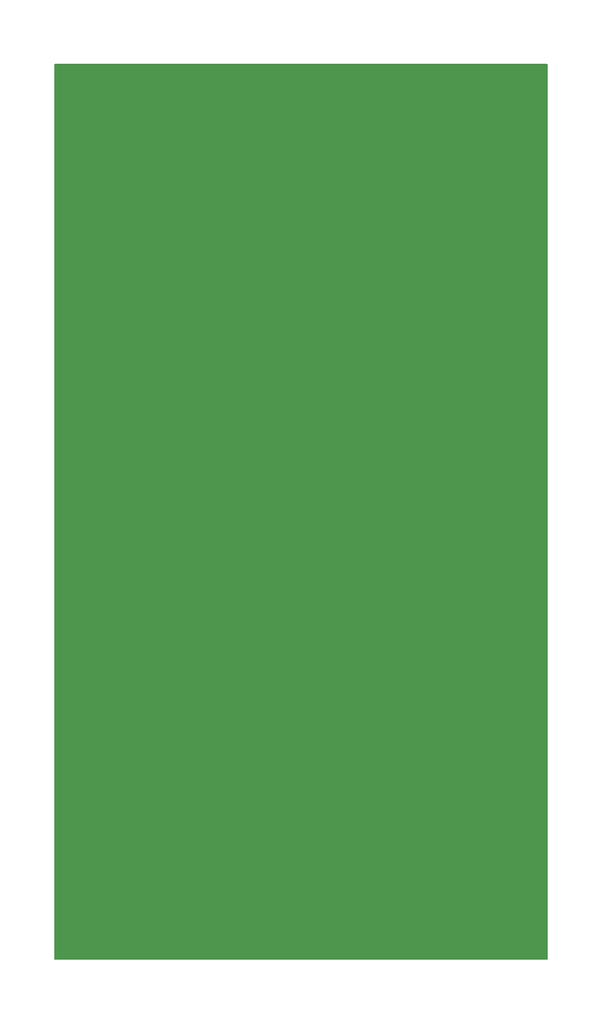
<source format=gbr>
%TF.GenerationSoftware,KiCad,Pcbnew,7.0.1*%
%TF.CreationDate,2024-08-17T12:32:22-04:00*%
%TF.ProjectId,common_faceplate,636f6d6d-6f6e-45f6-9661-6365706c6174,rev?*%
%TF.SameCoordinates,Original*%
%TF.FileFunction,Soldermask,Top*%
%TF.FilePolarity,Negative*%
%FSLAX46Y46*%
G04 Gerber Fmt 4.6, Leading zero omitted, Abs format (unit mm)*
G04 Created by KiCad (PCBNEW 7.0.1) date 2024-08-17 12:32:22*
%MOMM*%
%LPD*%
G01*
G04 APERTURE LIST*
%ADD10C,0.508000*%
%ADD11C,0.150000*%
%ADD12C,0.254000*%
%ADD13C,0.190500*%
%ADD14C,7.924800*%
%ADD15C,11.430000*%
%ADD16C,6.299200*%
%ADD17C,6.223000*%
%ADD18C,3.810000*%
%ADD19O,10.160000X5.740400*%
G04 APERTURE END LIST*
D10*
X98552000Y-145300764D02*
G75*
G03*
X100317236Y-147066000I1765200J-36D01*
G01*
D11*
X62230000Y-41910000D02*
G75*
G03*
X62230000Y-41910000I-1270000J0D01*
G01*
X64552102Y-45502102D02*
G75*
G03*
X64552102Y-38317898I-3592102J3592102D01*
G01*
X78549821Y-35623821D02*
G75*
G03*
X78549821Y-48196179I6286179J-6286179D01*
G01*
X86323898Y-38317898D02*
G75*
G03*
X86323898Y-45502102I3592102J-3592102D01*
G01*
X69786179Y-48196179D02*
G75*
G03*
X69786179Y-35623821I-6286179J6286179D01*
G01*
X87221923Y-39215923D02*
G75*
G03*
X87221923Y-44604077I2694077J-2694077D01*
G01*
X68516179Y-48196179D02*
G75*
G03*
X68516179Y-35623821I-6286179J6286179D01*
G01*
X85425873Y-37419873D02*
G75*
G03*
X85425873Y-46400127I4490127J-4490127D01*
G01*
D10*
X100330000Y-120637236D02*
X106426000Y-120637236D01*
D11*
X84527846Y-36521846D02*
G75*
G03*
X84527846Y-47298154I5388154J-5388154D01*
G01*
D10*
X106447790Y-147075026D02*
G75*
G03*
X108213026Y-145309789I10J1765226D01*
G01*
D11*
X91186000Y-41910000D02*
G75*
G03*
X91186000Y-41910000I-1270000J0D01*
G01*
X65450127Y-46400127D02*
G75*
G03*
X65450127Y-37419873I-4490127J4490127D01*
G01*
X71056179Y-48196179D02*
G75*
G03*
X71056179Y-35623821I-6286179J6286179D01*
G01*
D10*
X100330000Y-120637200D02*
G75*
G03*
X98552000Y-122415236I0J-1778000D01*
G01*
X108203964Y-122415236D02*
G75*
G03*
X106426000Y-120637236I-1777964J36D01*
G01*
D11*
X83629821Y-35623821D02*
G75*
G03*
X83629821Y-48196179I6286179J-6286179D01*
G01*
X67246179Y-48196179D02*
G75*
G03*
X67246179Y-35623821I-6286179J6286179D01*
G01*
X82359821Y-35623821D02*
G75*
G03*
X82359821Y-48196179I6286179J-6286179D01*
G01*
X72326179Y-48196179D02*
G75*
G03*
X72326179Y-35623821I-6286179J6286179D01*
G01*
D10*
X106447790Y-147075026D02*
X100351790Y-147075026D01*
D11*
X63654077Y-44604077D02*
G75*
G03*
X63654077Y-39215923I-2694077J2694077D01*
G01*
X88119949Y-40113949D02*
G75*
G03*
X88119949Y-43706051I1796051J-1796051D01*
G01*
X81089821Y-35623821D02*
G75*
G03*
X81089821Y-48196179I6286179J-6286179D01*
G01*
X66348154Y-47298154D02*
G75*
G03*
X66348154Y-36521846I-5388154J5388154D01*
G01*
X79819821Y-35623821D02*
G75*
G03*
X79819821Y-48196179I6286179J-6286179D01*
G01*
X62756051Y-43706051D02*
G75*
G03*
X62756051Y-40113949I-1796051J1796051D01*
G01*
D10*
X98539235Y-145300764D02*
X98539235Y-122428000D01*
X108213026Y-122428000D02*
X108213026Y-145309789D01*
D12*
X69886285Y-98526237D02*
X69886285Y-96240237D01*
X71192571Y-98526237D02*
X70212857Y-97219951D01*
X71192571Y-96240237D02*
X69886285Y-97546522D01*
X72172285Y-98526237D02*
X72172285Y-96240237D01*
X72172285Y-96240237D02*
X73478571Y-98526237D01*
X73478571Y-98526237D02*
X73478571Y-96240237D01*
X75002571Y-96240237D02*
X75437999Y-96240237D01*
X75437999Y-96240237D02*
X75655714Y-96349094D01*
X75655714Y-96349094D02*
X75873428Y-96566808D01*
X75873428Y-96566808D02*
X75982285Y-97002237D01*
X75982285Y-97002237D02*
X75982285Y-97764237D01*
X75982285Y-97764237D02*
X75873428Y-98199665D01*
X75873428Y-98199665D02*
X75655714Y-98417380D01*
X75655714Y-98417380D02*
X75437999Y-98526237D01*
X75437999Y-98526237D02*
X75002571Y-98526237D01*
X75002571Y-98526237D02*
X74784857Y-98417380D01*
X74784857Y-98417380D02*
X74567142Y-98199665D01*
X74567142Y-98199665D02*
X74458285Y-97764237D01*
X74458285Y-97764237D02*
X74458285Y-97002237D01*
X74458285Y-97002237D02*
X74567142Y-96566808D01*
X74567142Y-96566808D02*
X74784857Y-96349094D01*
X74784857Y-96349094D02*
X75002571Y-96240237D01*
X77723999Y-97328808D02*
X78050571Y-97437665D01*
X78050571Y-97437665D02*
X78159428Y-97546522D01*
X78159428Y-97546522D02*
X78268285Y-97764237D01*
X78268285Y-97764237D02*
X78268285Y-98090808D01*
X78268285Y-98090808D02*
X78159428Y-98308522D01*
X78159428Y-98308522D02*
X78050571Y-98417380D01*
X78050571Y-98417380D02*
X77832856Y-98526237D01*
X77832856Y-98526237D02*
X76961999Y-98526237D01*
X76961999Y-98526237D02*
X76961999Y-96240237D01*
X76961999Y-96240237D02*
X77723999Y-96240237D01*
X77723999Y-96240237D02*
X77941714Y-96349094D01*
X77941714Y-96349094D02*
X78050571Y-96457951D01*
X78050571Y-96457951D02*
X78159428Y-96675665D01*
X78159428Y-96675665D02*
X78159428Y-96893380D01*
X78159428Y-96893380D02*
X78050571Y-97111094D01*
X78050571Y-97111094D02*
X77941714Y-97219951D01*
X77941714Y-97219951D02*
X77723999Y-97328808D01*
X77723999Y-97328808D02*
X76961999Y-97328808D01*
X82187142Y-98526237D02*
X80880856Y-98526237D01*
X81533999Y-98526237D02*
X81533999Y-96240237D01*
X81533999Y-96240237D02*
X81316285Y-96566808D01*
X81316285Y-96566808D02*
X81098570Y-96784522D01*
X81098570Y-96784522D02*
X80880856Y-96893380D01*
X95286285Y-112496237D02*
X95286285Y-110210237D01*
X96592571Y-112496237D02*
X95612857Y-111189951D01*
X96592571Y-110210237D02*
X95286285Y-111516522D01*
X97572285Y-112496237D02*
X97572285Y-110210237D01*
X97572285Y-110210237D02*
X98878571Y-112496237D01*
X98878571Y-112496237D02*
X98878571Y-110210237D01*
X100402571Y-110210237D02*
X100837999Y-110210237D01*
X100837999Y-110210237D02*
X101055714Y-110319094D01*
X101055714Y-110319094D02*
X101273428Y-110536808D01*
X101273428Y-110536808D02*
X101382285Y-110972237D01*
X101382285Y-110972237D02*
X101382285Y-111734237D01*
X101382285Y-111734237D02*
X101273428Y-112169665D01*
X101273428Y-112169665D02*
X101055714Y-112387380D01*
X101055714Y-112387380D02*
X100837999Y-112496237D01*
X100837999Y-112496237D02*
X100402571Y-112496237D01*
X100402571Y-112496237D02*
X100184857Y-112387380D01*
X100184857Y-112387380D02*
X99967142Y-112169665D01*
X99967142Y-112169665D02*
X99858285Y-111734237D01*
X99858285Y-111734237D02*
X99858285Y-110972237D01*
X99858285Y-110972237D02*
X99967142Y-110536808D01*
X99967142Y-110536808D02*
X100184857Y-110319094D01*
X100184857Y-110319094D02*
X100402571Y-110210237D01*
X103123999Y-111298808D02*
X103450571Y-111407665D01*
X103450571Y-111407665D02*
X103559428Y-111516522D01*
X103559428Y-111516522D02*
X103668285Y-111734237D01*
X103668285Y-111734237D02*
X103668285Y-112060808D01*
X103668285Y-112060808D02*
X103559428Y-112278522D01*
X103559428Y-112278522D02*
X103450571Y-112387380D01*
X103450571Y-112387380D02*
X103232856Y-112496237D01*
X103232856Y-112496237D02*
X102361999Y-112496237D01*
X102361999Y-112496237D02*
X102361999Y-110210237D01*
X102361999Y-110210237D02*
X103123999Y-110210237D01*
X103123999Y-110210237D02*
X103341714Y-110319094D01*
X103341714Y-110319094D02*
X103450571Y-110427951D01*
X103450571Y-110427951D02*
X103559428Y-110645665D01*
X103559428Y-110645665D02*
X103559428Y-110863380D01*
X103559428Y-110863380D02*
X103450571Y-111081094D01*
X103450571Y-111081094D02*
X103341714Y-111189951D01*
X103341714Y-111189951D02*
X103123999Y-111298808D01*
X103123999Y-111298808D02*
X102361999Y-111298808D01*
X107587142Y-112496237D02*
X106280856Y-112496237D01*
X106933999Y-112496237D02*
X106933999Y-110210237D01*
X106933999Y-110210237D02*
X106716285Y-110536808D01*
X106716285Y-110536808D02*
X106498570Y-110754522D01*
X106498570Y-110754522D02*
X106280856Y-110863380D01*
D13*
X73260857Y-132020491D02*
X73260857Y-130496491D01*
X73986571Y-132020491D02*
X73986571Y-130496491D01*
X73986571Y-130496491D02*
X74857428Y-132020491D01*
X74857428Y-132020491D02*
X74857428Y-130496491D01*
X76599142Y-130496491D02*
X77542570Y-130496491D01*
X77542570Y-130496491D02*
X77034570Y-131077062D01*
X77034570Y-131077062D02*
X77252285Y-131077062D01*
X77252285Y-131077062D02*
X77397428Y-131149634D01*
X77397428Y-131149634D02*
X77469999Y-131222205D01*
X77469999Y-131222205D02*
X77542570Y-131367348D01*
X77542570Y-131367348D02*
X77542570Y-131730205D01*
X77542570Y-131730205D02*
X77469999Y-131875348D01*
X77469999Y-131875348D02*
X77397428Y-131947920D01*
X77397428Y-131947920D02*
X77252285Y-132020491D01*
X77252285Y-132020491D02*
X76816856Y-132020491D01*
X76816856Y-132020491D02*
X76671713Y-131947920D01*
X76671713Y-131947920D02*
X76599142Y-131875348D01*
D12*
X95286285Y-84556237D02*
X95286285Y-82270237D01*
X96592571Y-84556237D02*
X95612857Y-83249951D01*
X96592571Y-82270237D02*
X95286285Y-83576522D01*
X97572285Y-84556237D02*
X97572285Y-82270237D01*
X97572285Y-82270237D02*
X98878571Y-84556237D01*
X98878571Y-84556237D02*
X98878571Y-82270237D01*
X100402571Y-82270237D02*
X100837999Y-82270237D01*
X100837999Y-82270237D02*
X101055714Y-82379094D01*
X101055714Y-82379094D02*
X101273428Y-82596808D01*
X101273428Y-82596808D02*
X101382285Y-83032237D01*
X101382285Y-83032237D02*
X101382285Y-83794237D01*
X101382285Y-83794237D02*
X101273428Y-84229665D01*
X101273428Y-84229665D02*
X101055714Y-84447380D01*
X101055714Y-84447380D02*
X100837999Y-84556237D01*
X100837999Y-84556237D02*
X100402571Y-84556237D01*
X100402571Y-84556237D02*
X100184857Y-84447380D01*
X100184857Y-84447380D02*
X99967142Y-84229665D01*
X99967142Y-84229665D02*
X99858285Y-83794237D01*
X99858285Y-83794237D02*
X99858285Y-83032237D01*
X99858285Y-83032237D02*
X99967142Y-82596808D01*
X99967142Y-82596808D02*
X100184857Y-82379094D01*
X100184857Y-82379094D02*
X100402571Y-82270237D01*
X103123999Y-83358808D02*
X103450571Y-83467665D01*
X103450571Y-83467665D02*
X103559428Y-83576522D01*
X103559428Y-83576522D02*
X103668285Y-83794237D01*
X103668285Y-83794237D02*
X103668285Y-84120808D01*
X103668285Y-84120808D02*
X103559428Y-84338522D01*
X103559428Y-84338522D02*
X103450571Y-84447380D01*
X103450571Y-84447380D02*
X103232856Y-84556237D01*
X103232856Y-84556237D02*
X102361999Y-84556237D01*
X102361999Y-84556237D02*
X102361999Y-82270237D01*
X102361999Y-82270237D02*
X103123999Y-82270237D01*
X103123999Y-82270237D02*
X103341714Y-82379094D01*
X103341714Y-82379094D02*
X103450571Y-82487951D01*
X103450571Y-82487951D02*
X103559428Y-82705665D01*
X103559428Y-82705665D02*
X103559428Y-82923380D01*
X103559428Y-82923380D02*
X103450571Y-83141094D01*
X103450571Y-83141094D02*
X103341714Y-83249951D01*
X103341714Y-83249951D02*
X103123999Y-83358808D01*
X103123999Y-83358808D02*
X102361999Y-83358808D01*
X107587142Y-84556237D02*
X106280856Y-84556237D01*
X106933999Y-84556237D02*
X106933999Y-82270237D01*
X106933999Y-82270237D02*
X106716285Y-82596808D01*
X106716285Y-82596808D02*
X106498570Y-82814522D01*
X106498570Y-82814522D02*
X106280856Y-82923380D01*
X44486285Y-112496237D02*
X44486285Y-110210237D01*
X45792571Y-112496237D02*
X44812857Y-111189951D01*
X45792571Y-110210237D02*
X44486285Y-111516522D01*
X46772285Y-112496237D02*
X46772285Y-110210237D01*
X46772285Y-110210237D02*
X48078571Y-112496237D01*
X48078571Y-112496237D02*
X48078571Y-110210237D01*
X49602571Y-110210237D02*
X50037999Y-110210237D01*
X50037999Y-110210237D02*
X50255714Y-110319094D01*
X50255714Y-110319094D02*
X50473428Y-110536808D01*
X50473428Y-110536808D02*
X50582285Y-110972237D01*
X50582285Y-110972237D02*
X50582285Y-111734237D01*
X50582285Y-111734237D02*
X50473428Y-112169665D01*
X50473428Y-112169665D02*
X50255714Y-112387380D01*
X50255714Y-112387380D02*
X50037999Y-112496237D01*
X50037999Y-112496237D02*
X49602571Y-112496237D01*
X49602571Y-112496237D02*
X49384857Y-112387380D01*
X49384857Y-112387380D02*
X49167142Y-112169665D01*
X49167142Y-112169665D02*
X49058285Y-111734237D01*
X49058285Y-111734237D02*
X49058285Y-110972237D01*
X49058285Y-110972237D02*
X49167142Y-110536808D01*
X49167142Y-110536808D02*
X49384857Y-110319094D01*
X49384857Y-110319094D02*
X49602571Y-110210237D01*
X52323999Y-111298808D02*
X52650571Y-111407665D01*
X52650571Y-111407665D02*
X52759428Y-111516522D01*
X52759428Y-111516522D02*
X52868285Y-111734237D01*
X52868285Y-111734237D02*
X52868285Y-112060808D01*
X52868285Y-112060808D02*
X52759428Y-112278522D01*
X52759428Y-112278522D02*
X52650571Y-112387380D01*
X52650571Y-112387380D02*
X52432856Y-112496237D01*
X52432856Y-112496237D02*
X51561999Y-112496237D01*
X51561999Y-112496237D02*
X51561999Y-110210237D01*
X51561999Y-110210237D02*
X52323999Y-110210237D01*
X52323999Y-110210237D02*
X52541714Y-110319094D01*
X52541714Y-110319094D02*
X52650571Y-110427951D01*
X52650571Y-110427951D02*
X52759428Y-110645665D01*
X52759428Y-110645665D02*
X52759428Y-110863380D01*
X52759428Y-110863380D02*
X52650571Y-111081094D01*
X52650571Y-111081094D02*
X52541714Y-111189951D01*
X52541714Y-111189951D02*
X52323999Y-111298808D01*
X52323999Y-111298808D02*
X51561999Y-111298808D01*
X56787142Y-112496237D02*
X55480856Y-112496237D01*
X56133999Y-112496237D02*
X56133999Y-110210237D01*
X56133999Y-110210237D02*
X55916285Y-110536808D01*
X55916285Y-110536808D02*
X55698570Y-110754522D01*
X55698570Y-110754522D02*
X55480856Y-110863380D01*
D13*
X100729142Y-144339491D02*
X101019428Y-144339491D01*
X101019428Y-144339491D02*
X101164571Y-144412062D01*
X101164571Y-144412062D02*
X101309714Y-144557205D01*
X101309714Y-144557205D02*
X101382285Y-144847491D01*
X101382285Y-144847491D02*
X101382285Y-145355491D01*
X101382285Y-145355491D02*
X101309714Y-145645777D01*
X101309714Y-145645777D02*
X101164571Y-145790920D01*
X101164571Y-145790920D02*
X101019428Y-145863491D01*
X101019428Y-145863491D02*
X100729142Y-145863491D01*
X100729142Y-145863491D02*
X100584000Y-145790920D01*
X100584000Y-145790920D02*
X100438857Y-145645777D01*
X100438857Y-145645777D02*
X100366285Y-145355491D01*
X100366285Y-145355491D02*
X100366285Y-144847491D01*
X100366285Y-144847491D02*
X100438857Y-144557205D01*
X100438857Y-144557205D02*
X100584000Y-144412062D01*
X100584000Y-144412062D02*
X100729142Y-144339491D01*
X102035428Y-144339491D02*
X102035428Y-145573205D01*
X102035428Y-145573205D02*
X102107999Y-145718348D01*
X102107999Y-145718348D02*
X102180571Y-145790920D01*
X102180571Y-145790920D02*
X102325713Y-145863491D01*
X102325713Y-145863491D02*
X102615999Y-145863491D01*
X102615999Y-145863491D02*
X102761142Y-145790920D01*
X102761142Y-145790920D02*
X102833713Y-145718348D01*
X102833713Y-145718348D02*
X102906285Y-145573205D01*
X102906285Y-145573205D02*
X102906285Y-144339491D01*
X103414284Y-144339491D02*
X104285142Y-144339491D01*
X103849713Y-145863491D02*
X103849713Y-144339491D01*
X105881713Y-144484634D02*
X105954285Y-144412062D01*
X105954285Y-144412062D02*
X106099428Y-144339491D01*
X106099428Y-144339491D02*
X106462285Y-144339491D01*
X106462285Y-144339491D02*
X106607428Y-144412062D01*
X106607428Y-144412062D02*
X106679999Y-144484634D01*
X106679999Y-144484634D02*
X106752570Y-144629777D01*
X106752570Y-144629777D02*
X106752570Y-144774920D01*
X106752570Y-144774920D02*
X106679999Y-144992634D01*
X106679999Y-144992634D02*
X105809142Y-145863491D01*
X105809142Y-145863491D02*
X106752570Y-145863491D01*
D12*
X95286285Y-56616237D02*
X95286285Y-54330237D01*
X96592571Y-56616237D02*
X95612857Y-55309951D01*
X96592571Y-54330237D02*
X95286285Y-55636522D01*
X97572285Y-56616237D02*
X97572285Y-54330237D01*
X97572285Y-54330237D02*
X98878571Y-56616237D01*
X98878571Y-56616237D02*
X98878571Y-54330237D01*
X100402571Y-54330237D02*
X100837999Y-54330237D01*
X100837999Y-54330237D02*
X101055714Y-54439094D01*
X101055714Y-54439094D02*
X101273428Y-54656808D01*
X101273428Y-54656808D02*
X101382285Y-55092237D01*
X101382285Y-55092237D02*
X101382285Y-55854237D01*
X101382285Y-55854237D02*
X101273428Y-56289665D01*
X101273428Y-56289665D02*
X101055714Y-56507380D01*
X101055714Y-56507380D02*
X100837999Y-56616237D01*
X100837999Y-56616237D02*
X100402571Y-56616237D01*
X100402571Y-56616237D02*
X100184857Y-56507380D01*
X100184857Y-56507380D02*
X99967142Y-56289665D01*
X99967142Y-56289665D02*
X99858285Y-55854237D01*
X99858285Y-55854237D02*
X99858285Y-55092237D01*
X99858285Y-55092237D02*
X99967142Y-54656808D01*
X99967142Y-54656808D02*
X100184857Y-54439094D01*
X100184857Y-54439094D02*
X100402571Y-54330237D01*
X103123999Y-55418808D02*
X103450571Y-55527665D01*
X103450571Y-55527665D02*
X103559428Y-55636522D01*
X103559428Y-55636522D02*
X103668285Y-55854237D01*
X103668285Y-55854237D02*
X103668285Y-56180808D01*
X103668285Y-56180808D02*
X103559428Y-56398522D01*
X103559428Y-56398522D02*
X103450571Y-56507380D01*
X103450571Y-56507380D02*
X103232856Y-56616237D01*
X103232856Y-56616237D02*
X102361999Y-56616237D01*
X102361999Y-56616237D02*
X102361999Y-54330237D01*
X102361999Y-54330237D02*
X103123999Y-54330237D01*
X103123999Y-54330237D02*
X103341714Y-54439094D01*
X103341714Y-54439094D02*
X103450571Y-54547951D01*
X103450571Y-54547951D02*
X103559428Y-54765665D01*
X103559428Y-54765665D02*
X103559428Y-54983380D01*
X103559428Y-54983380D02*
X103450571Y-55201094D01*
X103450571Y-55201094D02*
X103341714Y-55309951D01*
X103341714Y-55309951D02*
X103123999Y-55418808D01*
X103123999Y-55418808D02*
X102361999Y-55418808D01*
X107587142Y-56616237D02*
X106280856Y-56616237D01*
X106933999Y-56616237D02*
X106933999Y-54330237D01*
X106933999Y-54330237D02*
X106716285Y-54656808D01*
X106716285Y-54656808D02*
X106498570Y-54874522D01*
X106498570Y-54874522D02*
X106280856Y-54983380D01*
D13*
X62520285Y-109722920D02*
X62738000Y-109795491D01*
X62738000Y-109795491D02*
X63100857Y-109795491D01*
X63100857Y-109795491D02*
X63246000Y-109722920D01*
X63246000Y-109722920D02*
X63318571Y-109650348D01*
X63318571Y-109650348D02*
X63391142Y-109505205D01*
X63391142Y-109505205D02*
X63391142Y-109360062D01*
X63391142Y-109360062D02*
X63318571Y-109214920D01*
X63318571Y-109214920D02*
X63246000Y-109142348D01*
X63246000Y-109142348D02*
X63100857Y-109069777D01*
X63100857Y-109069777D02*
X62810571Y-108997205D01*
X62810571Y-108997205D02*
X62665428Y-108924634D01*
X62665428Y-108924634D02*
X62592857Y-108852062D01*
X62592857Y-108852062D02*
X62520285Y-108706920D01*
X62520285Y-108706920D02*
X62520285Y-108561777D01*
X62520285Y-108561777D02*
X62592857Y-108416634D01*
X62592857Y-108416634D02*
X62665428Y-108344062D01*
X62665428Y-108344062D02*
X62810571Y-108271491D01*
X62810571Y-108271491D02*
X63173428Y-108271491D01*
X63173428Y-108271491D02*
X63391142Y-108344062D01*
X63899143Y-108271491D02*
X64262000Y-109795491D01*
X64262000Y-109795491D02*
X64552286Y-108706920D01*
X64552286Y-108706920D02*
X64842571Y-109795491D01*
X64842571Y-109795491D02*
X65205429Y-108271491D01*
X67745428Y-109795491D02*
X66874571Y-109795491D01*
X67310000Y-109795491D02*
X67310000Y-108271491D01*
X67310000Y-108271491D02*
X67164857Y-108489205D01*
X67164857Y-108489205D02*
X67019714Y-108634348D01*
X67019714Y-108634348D02*
X66874571Y-108706920D01*
X71990857Y-112807205D02*
X72208571Y-112879777D01*
X72208571Y-112879777D02*
X72281142Y-112952348D01*
X72281142Y-112952348D02*
X72353714Y-113097491D01*
X72353714Y-113097491D02*
X72353714Y-113315205D01*
X72353714Y-113315205D02*
X72281142Y-113460348D01*
X72281142Y-113460348D02*
X72208571Y-113532920D01*
X72208571Y-113532920D02*
X72063428Y-113605491D01*
X72063428Y-113605491D02*
X71482857Y-113605491D01*
X71482857Y-113605491D02*
X71482857Y-112081491D01*
X71482857Y-112081491D02*
X71990857Y-112081491D01*
X71990857Y-112081491D02*
X72136000Y-112154062D01*
X72136000Y-112154062D02*
X72208571Y-112226634D01*
X72208571Y-112226634D02*
X72281142Y-112371777D01*
X72281142Y-112371777D02*
X72281142Y-112516920D01*
X72281142Y-112516920D02*
X72208571Y-112662062D01*
X72208571Y-112662062D02*
X72136000Y-112734634D01*
X72136000Y-112734634D02*
X71990857Y-112807205D01*
X71990857Y-112807205D02*
X71482857Y-112807205D01*
X73006857Y-112081491D02*
X73006857Y-113315205D01*
X73006857Y-113315205D02*
X73079428Y-113460348D01*
X73079428Y-113460348D02*
X73152000Y-113532920D01*
X73152000Y-113532920D02*
X73297142Y-113605491D01*
X73297142Y-113605491D02*
X73587428Y-113605491D01*
X73587428Y-113605491D02*
X73732571Y-113532920D01*
X73732571Y-113532920D02*
X73805142Y-113460348D01*
X73805142Y-113460348D02*
X73877714Y-113315205D01*
X73877714Y-113315205D02*
X73877714Y-112081491D01*
X74385713Y-112081491D02*
X75256571Y-112081491D01*
X74821142Y-113605491D02*
X74821142Y-112081491D01*
X75546856Y-112081491D02*
X76417714Y-112081491D01*
X75982285Y-113605491D02*
X75982285Y-112081491D01*
X77215999Y-112081491D02*
X77506285Y-112081491D01*
X77506285Y-112081491D02*
X77651428Y-112154062D01*
X77651428Y-112154062D02*
X77796571Y-112299205D01*
X77796571Y-112299205D02*
X77869142Y-112589491D01*
X77869142Y-112589491D02*
X77869142Y-113097491D01*
X77869142Y-113097491D02*
X77796571Y-113387777D01*
X77796571Y-113387777D02*
X77651428Y-113532920D01*
X77651428Y-113532920D02*
X77506285Y-113605491D01*
X77506285Y-113605491D02*
X77215999Y-113605491D01*
X77215999Y-113605491D02*
X77070857Y-113532920D01*
X77070857Y-113532920D02*
X76925714Y-113387777D01*
X76925714Y-113387777D02*
X76853142Y-113097491D01*
X76853142Y-113097491D02*
X76853142Y-112589491D01*
X76853142Y-112589491D02*
X76925714Y-112299205D01*
X76925714Y-112299205D02*
X77070857Y-112154062D01*
X77070857Y-112154062D02*
X77215999Y-112081491D01*
X78522285Y-113605491D02*
X78522285Y-112081491D01*
X78522285Y-112081491D02*
X79393142Y-113605491D01*
X79393142Y-113605491D02*
X79393142Y-112081491D01*
X59290857Y-132020491D02*
X59290857Y-130496491D01*
X60016571Y-132020491D02*
X60016571Y-130496491D01*
X60016571Y-130496491D02*
X60887428Y-132020491D01*
X60887428Y-132020491D02*
X60887428Y-130496491D01*
X62701713Y-130641634D02*
X62774285Y-130569062D01*
X62774285Y-130569062D02*
X62919428Y-130496491D01*
X62919428Y-130496491D02*
X63282285Y-130496491D01*
X63282285Y-130496491D02*
X63427428Y-130569062D01*
X63427428Y-130569062D02*
X63499999Y-130641634D01*
X63499999Y-130641634D02*
X63572570Y-130786777D01*
X63572570Y-130786777D02*
X63572570Y-130931920D01*
X63572570Y-130931920D02*
X63499999Y-131149634D01*
X63499999Y-131149634D02*
X62629142Y-132020491D01*
X62629142Y-132020491D02*
X63572570Y-132020491D01*
D12*
X69886285Y-70586237D02*
X69886285Y-68300237D01*
X71192571Y-70586237D02*
X70212857Y-69279951D01*
X71192571Y-68300237D02*
X69886285Y-69606522D01*
X72172285Y-70586237D02*
X72172285Y-68300237D01*
X72172285Y-68300237D02*
X73478571Y-70586237D01*
X73478571Y-70586237D02*
X73478571Y-68300237D01*
X75002571Y-68300237D02*
X75437999Y-68300237D01*
X75437999Y-68300237D02*
X75655714Y-68409094D01*
X75655714Y-68409094D02*
X75873428Y-68626808D01*
X75873428Y-68626808D02*
X75982285Y-69062237D01*
X75982285Y-69062237D02*
X75982285Y-69824237D01*
X75982285Y-69824237D02*
X75873428Y-70259665D01*
X75873428Y-70259665D02*
X75655714Y-70477380D01*
X75655714Y-70477380D02*
X75437999Y-70586237D01*
X75437999Y-70586237D02*
X75002571Y-70586237D01*
X75002571Y-70586237D02*
X74784857Y-70477380D01*
X74784857Y-70477380D02*
X74567142Y-70259665D01*
X74567142Y-70259665D02*
X74458285Y-69824237D01*
X74458285Y-69824237D02*
X74458285Y-69062237D01*
X74458285Y-69062237D02*
X74567142Y-68626808D01*
X74567142Y-68626808D02*
X74784857Y-68409094D01*
X74784857Y-68409094D02*
X75002571Y-68300237D01*
X77723999Y-69388808D02*
X78050571Y-69497665D01*
X78050571Y-69497665D02*
X78159428Y-69606522D01*
X78159428Y-69606522D02*
X78268285Y-69824237D01*
X78268285Y-69824237D02*
X78268285Y-70150808D01*
X78268285Y-70150808D02*
X78159428Y-70368522D01*
X78159428Y-70368522D02*
X78050571Y-70477380D01*
X78050571Y-70477380D02*
X77832856Y-70586237D01*
X77832856Y-70586237D02*
X76961999Y-70586237D01*
X76961999Y-70586237D02*
X76961999Y-68300237D01*
X76961999Y-68300237D02*
X77723999Y-68300237D01*
X77723999Y-68300237D02*
X77941714Y-68409094D01*
X77941714Y-68409094D02*
X78050571Y-68517951D01*
X78050571Y-68517951D02*
X78159428Y-68735665D01*
X78159428Y-68735665D02*
X78159428Y-68953380D01*
X78159428Y-68953380D02*
X78050571Y-69171094D01*
X78050571Y-69171094D02*
X77941714Y-69279951D01*
X77941714Y-69279951D02*
X77723999Y-69388808D01*
X77723999Y-69388808D02*
X76961999Y-69388808D01*
X82187142Y-70586237D02*
X80880856Y-70586237D01*
X81533999Y-70586237D02*
X81533999Y-68300237D01*
X81533999Y-68300237D02*
X81316285Y-68626808D01*
X81316285Y-68626808D02*
X81098570Y-68844522D01*
X81098570Y-68844522D02*
X80880856Y-68953380D01*
D13*
X100729142Y-130496491D02*
X101019428Y-130496491D01*
X101019428Y-130496491D02*
X101164571Y-130569062D01*
X101164571Y-130569062D02*
X101309714Y-130714205D01*
X101309714Y-130714205D02*
X101382285Y-131004491D01*
X101382285Y-131004491D02*
X101382285Y-131512491D01*
X101382285Y-131512491D02*
X101309714Y-131802777D01*
X101309714Y-131802777D02*
X101164571Y-131947920D01*
X101164571Y-131947920D02*
X101019428Y-132020491D01*
X101019428Y-132020491D02*
X100729142Y-132020491D01*
X100729142Y-132020491D02*
X100584000Y-131947920D01*
X100584000Y-131947920D02*
X100438857Y-131802777D01*
X100438857Y-131802777D02*
X100366285Y-131512491D01*
X100366285Y-131512491D02*
X100366285Y-131004491D01*
X100366285Y-131004491D02*
X100438857Y-130714205D01*
X100438857Y-130714205D02*
X100584000Y-130569062D01*
X100584000Y-130569062D02*
X100729142Y-130496491D01*
X102035428Y-130496491D02*
X102035428Y-131730205D01*
X102035428Y-131730205D02*
X102107999Y-131875348D01*
X102107999Y-131875348D02*
X102180571Y-131947920D01*
X102180571Y-131947920D02*
X102325713Y-132020491D01*
X102325713Y-132020491D02*
X102615999Y-132020491D01*
X102615999Y-132020491D02*
X102761142Y-131947920D01*
X102761142Y-131947920D02*
X102833713Y-131875348D01*
X102833713Y-131875348D02*
X102906285Y-131730205D01*
X102906285Y-131730205D02*
X102906285Y-130496491D01*
X103414284Y-130496491D02*
X104285142Y-130496491D01*
X103849713Y-132020491D02*
X103849713Y-130496491D01*
X106752570Y-132020491D02*
X105881713Y-132020491D01*
X106317142Y-132020491D02*
X106317142Y-130496491D01*
X106317142Y-130496491D02*
X106171999Y-130714205D01*
X106171999Y-130714205D02*
X106026856Y-130859348D01*
X106026856Y-130859348D02*
X105881713Y-130931920D01*
X45320857Y-132020491D02*
X45320857Y-130496491D01*
X46046571Y-132020491D02*
X46046571Y-130496491D01*
X46046571Y-130496491D02*
X46917428Y-132020491D01*
X46917428Y-132020491D02*
X46917428Y-130496491D01*
X49602570Y-132020491D02*
X48731713Y-132020491D01*
X49167142Y-132020491D02*
X49167142Y-130496491D01*
X49167142Y-130496491D02*
X49021999Y-130714205D01*
X49021999Y-130714205D02*
X48876856Y-130859348D01*
X48876856Y-130859348D02*
X48731713Y-130931920D01*
X84727142Y-130569062D02*
X84582000Y-130496491D01*
X84582000Y-130496491D02*
X84364285Y-130496491D01*
X84364285Y-130496491D02*
X84146571Y-130569062D01*
X84146571Y-130569062D02*
X84001428Y-130714205D01*
X84001428Y-130714205D02*
X83928857Y-130859348D01*
X83928857Y-130859348D02*
X83856285Y-131149634D01*
X83856285Y-131149634D02*
X83856285Y-131367348D01*
X83856285Y-131367348D02*
X83928857Y-131657634D01*
X83928857Y-131657634D02*
X84001428Y-131802777D01*
X84001428Y-131802777D02*
X84146571Y-131947920D01*
X84146571Y-131947920D02*
X84364285Y-132020491D01*
X84364285Y-132020491D02*
X84509428Y-132020491D01*
X84509428Y-132020491D02*
X84727142Y-131947920D01*
X84727142Y-131947920D02*
X84799714Y-131875348D01*
X84799714Y-131875348D02*
X84799714Y-131367348D01*
X84799714Y-131367348D02*
X84509428Y-131367348D01*
X85380285Y-131585062D02*
X86106000Y-131585062D01*
X85235142Y-132020491D02*
X85743142Y-130496491D01*
X85743142Y-130496491D02*
X86251142Y-132020491D01*
X86541428Y-130496491D02*
X87412286Y-130496491D01*
X86976857Y-132020491D02*
X86976857Y-130496491D01*
X87920286Y-131222205D02*
X88428286Y-131222205D01*
X88646000Y-132020491D02*
X87920286Y-132020491D01*
X87920286Y-132020491D02*
X87920286Y-130496491D01*
X87920286Y-130496491D02*
X88646000Y-130496491D01*
X90387714Y-130423920D02*
X89081428Y-132383348D01*
X90895714Y-132020491D02*
X90895714Y-130496491D01*
X91621428Y-132020491D02*
X91621428Y-130496491D01*
X91621428Y-130496491D02*
X92492285Y-132020491D01*
X92492285Y-132020491D02*
X92492285Y-130496491D01*
X95032285Y-131004491D02*
X95032285Y-132020491D01*
X94669427Y-130423920D02*
X94306570Y-131512491D01*
X94306570Y-131512491D02*
X95249999Y-131512491D01*
D12*
X44486285Y-56616237D02*
X44486285Y-54330237D01*
X45792571Y-56616237D02*
X44812857Y-55309951D01*
X45792571Y-54330237D02*
X44486285Y-55636522D01*
X46772285Y-56616237D02*
X46772285Y-54330237D01*
X46772285Y-54330237D02*
X48078571Y-56616237D01*
X48078571Y-56616237D02*
X48078571Y-54330237D01*
X49602571Y-54330237D02*
X50037999Y-54330237D01*
X50037999Y-54330237D02*
X50255714Y-54439094D01*
X50255714Y-54439094D02*
X50473428Y-54656808D01*
X50473428Y-54656808D02*
X50582285Y-55092237D01*
X50582285Y-55092237D02*
X50582285Y-55854237D01*
X50582285Y-55854237D02*
X50473428Y-56289665D01*
X50473428Y-56289665D02*
X50255714Y-56507380D01*
X50255714Y-56507380D02*
X50037999Y-56616237D01*
X50037999Y-56616237D02*
X49602571Y-56616237D01*
X49602571Y-56616237D02*
X49384857Y-56507380D01*
X49384857Y-56507380D02*
X49167142Y-56289665D01*
X49167142Y-56289665D02*
X49058285Y-55854237D01*
X49058285Y-55854237D02*
X49058285Y-55092237D01*
X49058285Y-55092237D02*
X49167142Y-54656808D01*
X49167142Y-54656808D02*
X49384857Y-54439094D01*
X49384857Y-54439094D02*
X49602571Y-54330237D01*
X52323999Y-55418808D02*
X52650571Y-55527665D01*
X52650571Y-55527665D02*
X52759428Y-55636522D01*
X52759428Y-55636522D02*
X52868285Y-55854237D01*
X52868285Y-55854237D02*
X52868285Y-56180808D01*
X52868285Y-56180808D02*
X52759428Y-56398522D01*
X52759428Y-56398522D02*
X52650571Y-56507380D01*
X52650571Y-56507380D02*
X52432856Y-56616237D01*
X52432856Y-56616237D02*
X51561999Y-56616237D01*
X51561999Y-56616237D02*
X51561999Y-54330237D01*
X51561999Y-54330237D02*
X52323999Y-54330237D01*
X52323999Y-54330237D02*
X52541714Y-54439094D01*
X52541714Y-54439094D02*
X52650571Y-54547951D01*
X52650571Y-54547951D02*
X52759428Y-54765665D01*
X52759428Y-54765665D02*
X52759428Y-54983380D01*
X52759428Y-54983380D02*
X52650571Y-55201094D01*
X52650571Y-55201094D02*
X52541714Y-55309951D01*
X52541714Y-55309951D02*
X52323999Y-55418808D01*
X52323999Y-55418808D02*
X51561999Y-55418808D01*
X56787142Y-56616237D02*
X55480856Y-56616237D01*
X56133999Y-56616237D02*
X56133999Y-54330237D01*
X56133999Y-54330237D02*
X55916285Y-54656808D01*
X55916285Y-54656808D02*
X55698570Y-54874522D01*
X55698570Y-54874522D02*
X55480856Y-54983380D01*
X44486285Y-84556237D02*
X44486285Y-82270237D01*
X45792571Y-84556237D02*
X44812857Y-83249951D01*
X45792571Y-82270237D02*
X44486285Y-83576522D01*
X46772285Y-84556237D02*
X46772285Y-82270237D01*
X46772285Y-82270237D02*
X48078571Y-84556237D01*
X48078571Y-84556237D02*
X48078571Y-82270237D01*
X49602571Y-82270237D02*
X50037999Y-82270237D01*
X50037999Y-82270237D02*
X50255714Y-82379094D01*
X50255714Y-82379094D02*
X50473428Y-82596808D01*
X50473428Y-82596808D02*
X50582285Y-83032237D01*
X50582285Y-83032237D02*
X50582285Y-83794237D01*
X50582285Y-83794237D02*
X50473428Y-84229665D01*
X50473428Y-84229665D02*
X50255714Y-84447380D01*
X50255714Y-84447380D02*
X50037999Y-84556237D01*
X50037999Y-84556237D02*
X49602571Y-84556237D01*
X49602571Y-84556237D02*
X49384857Y-84447380D01*
X49384857Y-84447380D02*
X49167142Y-84229665D01*
X49167142Y-84229665D02*
X49058285Y-83794237D01*
X49058285Y-83794237D02*
X49058285Y-83032237D01*
X49058285Y-83032237D02*
X49167142Y-82596808D01*
X49167142Y-82596808D02*
X49384857Y-82379094D01*
X49384857Y-82379094D02*
X49602571Y-82270237D01*
X52323999Y-83358808D02*
X52650571Y-83467665D01*
X52650571Y-83467665D02*
X52759428Y-83576522D01*
X52759428Y-83576522D02*
X52868285Y-83794237D01*
X52868285Y-83794237D02*
X52868285Y-84120808D01*
X52868285Y-84120808D02*
X52759428Y-84338522D01*
X52759428Y-84338522D02*
X52650571Y-84447380D01*
X52650571Y-84447380D02*
X52432856Y-84556237D01*
X52432856Y-84556237D02*
X51561999Y-84556237D01*
X51561999Y-84556237D02*
X51561999Y-82270237D01*
X51561999Y-82270237D02*
X52323999Y-82270237D01*
X52323999Y-82270237D02*
X52541714Y-82379094D01*
X52541714Y-82379094D02*
X52650571Y-82487951D01*
X52650571Y-82487951D02*
X52759428Y-82705665D01*
X52759428Y-82705665D02*
X52759428Y-82923380D01*
X52759428Y-82923380D02*
X52650571Y-83141094D01*
X52650571Y-83141094D02*
X52541714Y-83249951D01*
X52541714Y-83249951D02*
X52323999Y-83358808D01*
X52323999Y-83358808D02*
X51561999Y-83358808D01*
X56787142Y-84556237D02*
X55480856Y-84556237D01*
X56133999Y-84556237D02*
X56133999Y-82270237D01*
X56133999Y-82270237D02*
X55916285Y-82596808D01*
X55916285Y-82596808D02*
X55698570Y-82814522D01*
X55698570Y-82814522D02*
X55480856Y-82923380D01*
D13*
X60052857Y-145863491D02*
X60052857Y-144339491D01*
X60778571Y-145863491D02*
X60778571Y-144339491D01*
X60778571Y-144339491D02*
X61649428Y-145863491D01*
X61649428Y-145863491D02*
X61649428Y-144339491D01*
X64189428Y-144339491D02*
X63899142Y-144339491D01*
X63899142Y-144339491D02*
X63753999Y-144412062D01*
X63753999Y-144412062D02*
X63681428Y-144484634D01*
X63681428Y-144484634D02*
X63536285Y-144702348D01*
X63536285Y-144702348D02*
X63463713Y-144992634D01*
X63463713Y-144992634D02*
X63463713Y-145573205D01*
X63463713Y-145573205D02*
X63536285Y-145718348D01*
X63536285Y-145718348D02*
X63608856Y-145790920D01*
X63608856Y-145790920D02*
X63753999Y-145863491D01*
X63753999Y-145863491D02*
X64044285Y-145863491D01*
X64044285Y-145863491D02*
X64189428Y-145790920D01*
X64189428Y-145790920D02*
X64261999Y-145718348D01*
X64261999Y-145718348D02*
X64334570Y-145573205D01*
X64334570Y-145573205D02*
X64334570Y-145210348D01*
X64334570Y-145210348D02*
X64261999Y-145065205D01*
X64261999Y-145065205D02*
X64189428Y-144992634D01*
X64189428Y-144992634D02*
X64044285Y-144920062D01*
X64044285Y-144920062D02*
X63753999Y-144920062D01*
X63753999Y-144920062D02*
X63608856Y-144992634D01*
X63608856Y-144992634D02*
X63536285Y-145065205D01*
X63536285Y-145065205D02*
X63463713Y-145210348D01*
X45320857Y-145863491D02*
X45320857Y-144339491D01*
X46046571Y-145863491D02*
X46046571Y-144339491D01*
X46046571Y-144339491D02*
X46917428Y-145863491D01*
X46917428Y-145863491D02*
X46917428Y-144339491D01*
X49529999Y-144339491D02*
X48804285Y-144339491D01*
X48804285Y-144339491D02*
X48731713Y-145065205D01*
X48731713Y-145065205D02*
X48804285Y-144992634D01*
X48804285Y-144992634D02*
X48949428Y-144920062D01*
X48949428Y-144920062D02*
X49312285Y-144920062D01*
X49312285Y-144920062D02*
X49457428Y-144992634D01*
X49457428Y-144992634D02*
X49529999Y-145065205D01*
X49529999Y-145065205D02*
X49602570Y-145210348D01*
X49602570Y-145210348D02*
X49602570Y-145573205D01*
X49602570Y-145573205D02*
X49529999Y-145718348D01*
X49529999Y-145718348D02*
X49457428Y-145790920D01*
X49457428Y-145790920D02*
X49312285Y-145863491D01*
X49312285Y-145863491D02*
X48949428Y-145863491D01*
X48949428Y-145863491D02*
X48804285Y-145790920D01*
X48804285Y-145790920D02*
X48731713Y-145718348D01*
X83348285Y-109722920D02*
X83566000Y-109795491D01*
X83566000Y-109795491D02*
X83928857Y-109795491D01*
X83928857Y-109795491D02*
X84074000Y-109722920D01*
X84074000Y-109722920D02*
X84146571Y-109650348D01*
X84146571Y-109650348D02*
X84219142Y-109505205D01*
X84219142Y-109505205D02*
X84219142Y-109360062D01*
X84219142Y-109360062D02*
X84146571Y-109214920D01*
X84146571Y-109214920D02*
X84074000Y-109142348D01*
X84074000Y-109142348D02*
X83928857Y-109069777D01*
X83928857Y-109069777D02*
X83638571Y-108997205D01*
X83638571Y-108997205D02*
X83493428Y-108924634D01*
X83493428Y-108924634D02*
X83420857Y-108852062D01*
X83420857Y-108852062D02*
X83348285Y-108706920D01*
X83348285Y-108706920D02*
X83348285Y-108561777D01*
X83348285Y-108561777D02*
X83420857Y-108416634D01*
X83420857Y-108416634D02*
X83493428Y-108344062D01*
X83493428Y-108344062D02*
X83638571Y-108271491D01*
X83638571Y-108271491D02*
X84001428Y-108271491D01*
X84001428Y-108271491D02*
X84219142Y-108344062D01*
X84727143Y-108271491D02*
X85090000Y-109795491D01*
X85090000Y-109795491D02*
X85380286Y-108706920D01*
X85380286Y-108706920D02*
X85670571Y-109795491D01*
X85670571Y-109795491D02*
X86033429Y-108271491D01*
X87702571Y-108416634D02*
X87775143Y-108344062D01*
X87775143Y-108344062D02*
X87920286Y-108271491D01*
X87920286Y-108271491D02*
X88283143Y-108271491D01*
X88283143Y-108271491D02*
X88428286Y-108344062D01*
X88428286Y-108344062D02*
X88500857Y-108416634D01*
X88500857Y-108416634D02*
X88573428Y-108561777D01*
X88573428Y-108561777D02*
X88573428Y-108706920D01*
X88573428Y-108706920D02*
X88500857Y-108924634D01*
X88500857Y-108924634D02*
X87630000Y-109795491D01*
X87630000Y-109795491D02*
X88573428Y-109795491D01*
X84727142Y-144412062D02*
X84582000Y-144339491D01*
X84582000Y-144339491D02*
X84364285Y-144339491D01*
X84364285Y-144339491D02*
X84146571Y-144412062D01*
X84146571Y-144412062D02*
X84001428Y-144557205D01*
X84001428Y-144557205D02*
X83928857Y-144702348D01*
X83928857Y-144702348D02*
X83856285Y-144992634D01*
X83856285Y-144992634D02*
X83856285Y-145210348D01*
X83856285Y-145210348D02*
X83928857Y-145500634D01*
X83928857Y-145500634D02*
X84001428Y-145645777D01*
X84001428Y-145645777D02*
X84146571Y-145790920D01*
X84146571Y-145790920D02*
X84364285Y-145863491D01*
X84364285Y-145863491D02*
X84509428Y-145863491D01*
X84509428Y-145863491D02*
X84727142Y-145790920D01*
X84727142Y-145790920D02*
X84799714Y-145718348D01*
X84799714Y-145718348D02*
X84799714Y-145210348D01*
X84799714Y-145210348D02*
X84509428Y-145210348D01*
X85380285Y-145428062D02*
X86106000Y-145428062D01*
X85235142Y-145863491D02*
X85743142Y-144339491D01*
X85743142Y-144339491D02*
X86251142Y-145863491D01*
X86541428Y-144339491D02*
X87412286Y-144339491D01*
X86976857Y-145863491D02*
X86976857Y-144339491D01*
X87920286Y-145065205D02*
X88428286Y-145065205D01*
X88646000Y-145863491D02*
X87920286Y-145863491D01*
X87920286Y-145863491D02*
X87920286Y-144339491D01*
X87920286Y-144339491D02*
X88646000Y-144339491D01*
X90387714Y-144266920D02*
X89081428Y-146226348D01*
X90895714Y-145863491D02*
X90895714Y-144339491D01*
X91621428Y-145863491D02*
X91621428Y-144339491D01*
X91621428Y-144339491D02*
X92492285Y-145863491D01*
X92492285Y-145863491D02*
X92492285Y-144339491D01*
X94596856Y-144992634D02*
X94451713Y-144920062D01*
X94451713Y-144920062D02*
X94379142Y-144847491D01*
X94379142Y-144847491D02*
X94306570Y-144702348D01*
X94306570Y-144702348D02*
X94306570Y-144629777D01*
X94306570Y-144629777D02*
X94379142Y-144484634D01*
X94379142Y-144484634D02*
X94451713Y-144412062D01*
X94451713Y-144412062D02*
X94596856Y-144339491D01*
X94596856Y-144339491D02*
X94887142Y-144339491D01*
X94887142Y-144339491D02*
X95032285Y-144412062D01*
X95032285Y-144412062D02*
X95104856Y-144484634D01*
X95104856Y-144484634D02*
X95177427Y-144629777D01*
X95177427Y-144629777D02*
X95177427Y-144702348D01*
X95177427Y-144702348D02*
X95104856Y-144847491D01*
X95104856Y-144847491D02*
X95032285Y-144920062D01*
X95032285Y-144920062D02*
X94887142Y-144992634D01*
X94887142Y-144992634D02*
X94596856Y-144992634D01*
X94596856Y-144992634D02*
X94451713Y-145065205D01*
X94451713Y-145065205D02*
X94379142Y-145137777D01*
X94379142Y-145137777D02*
X94306570Y-145282920D01*
X94306570Y-145282920D02*
X94306570Y-145573205D01*
X94306570Y-145573205D02*
X94379142Y-145718348D01*
X94379142Y-145718348D02*
X94451713Y-145790920D01*
X94451713Y-145790920D02*
X94596856Y-145863491D01*
X94596856Y-145863491D02*
X94887142Y-145863491D01*
X94887142Y-145863491D02*
X95032285Y-145790920D01*
X95032285Y-145790920D02*
X95104856Y-145718348D01*
X95104856Y-145718348D02*
X95177427Y-145573205D01*
X95177427Y-145573205D02*
X95177427Y-145282920D01*
X95177427Y-145282920D02*
X95104856Y-145137777D01*
X95104856Y-145137777D02*
X95032285Y-145065205D01*
X95032285Y-145065205D02*
X94887142Y-144992634D01*
X73260857Y-145863491D02*
X73260857Y-144339491D01*
X73986571Y-145863491D02*
X73986571Y-144339491D01*
X73986571Y-144339491D02*
X74857428Y-145863491D01*
X74857428Y-145863491D02*
X74857428Y-144339491D01*
X76599142Y-144339491D02*
X77615142Y-144339491D01*
X77615142Y-144339491D02*
X76961999Y-145863491D01*
D14*
%TO.C,REF\u002A\u002A*%
X75514200Y-139192000D03*
%TD*%
%TO.C,REF\u002A\u002A*%
X103454200Y-139192000D03*
%TD*%
D15*
%TO.C,REF\u002A\u002A*%
X50088800Y-101752400D03*
%TD*%
%TO.C,REF\u002A\u002A*%
X100888800Y-101752400D03*
%TD*%
D14*
%TO.C,REF\u002A\u002A*%
X89484200Y-139192000D03*
%TD*%
%TO.C,REF\u002A\u002A*%
X75514200Y-125349000D03*
%TD*%
D16*
%TO.C,REF\u002A\u002A*%
X75488800Y-108102400D03*
%TD*%
D17*
%TO.C,REF\u002A\u002A*%
X85902800Y-104292400D03*
%TD*%
D14*
%TO.C,REF\u002A\u002A*%
X47574200Y-139192000D03*
%TD*%
D18*
%TO.C,REF\u002A\u002A*%
X79933800Y-101244400D03*
%TD*%
D19*
%TO.C,REF\u002A\u002A*%
X50088800Y-32969200D03*
%TD*%
%TO.C,REF\u002A\u002A*%
X50088800Y-155524200D03*
%TD*%
D15*
%TO.C,REF\u002A\u002A*%
X100888800Y-73812400D03*
%TD*%
D14*
%TO.C,REF\u002A\u002A*%
X61544200Y-125349000D03*
%TD*%
D17*
%TO.C,REF\u002A\u002A*%
X65074800Y-104292400D03*
%TD*%
D14*
%TO.C,REF\u002A\u002A*%
X75514200Y-139192000D03*
%TD*%
D15*
%TO.C,REF\u002A\u002A*%
X100888800Y-45872400D03*
%TD*%
D14*
%TO.C,REF\u002A\u002A*%
X47574200Y-125349000D03*
%TD*%
D19*
%TO.C,REF\u002A\u002A*%
X100888800Y-155524200D03*
%TD*%
%TO.C,REF\u002A\u002A*%
X100888800Y-32969200D03*
%TD*%
D15*
%TO.C,REF\u002A\u002A*%
X50088800Y-73812400D03*
%TD*%
D14*
%TO.C,REF\u002A\u002A*%
X89484200Y-125349000D03*
%TD*%
%TO.C,REF\u002A\u002A*%
X103454200Y-125349000D03*
%TD*%
D18*
%TO.C,REF\u002A\u002A*%
X71043800Y-101244400D03*
%TD*%
D15*
%TO.C,REF\u002A\u002A*%
X75488800Y-87782400D03*
%TD*%
D14*
%TO.C,REF\u002A\u002A*%
X75514200Y-125349000D03*
%TD*%
%TO.C,REF\u002A\u002A*%
X61544200Y-139192000D03*
%TD*%
D15*
%TO.C,REF\u002A\u002A*%
X50088800Y-45872400D03*
%TD*%
%TO.C,REF\u002A\u002A*%
X75488800Y-59842400D03*
%TD*%
G36*
X110834400Y-30016613D02*
G01*
X110879787Y-30062000D01*
X110896400Y-30124000D01*
X110896400Y-158376000D01*
X110879787Y-158438000D01*
X110834400Y-158483387D01*
X110772400Y-158500000D01*
X40224000Y-158500000D01*
X40162000Y-158483387D01*
X40116613Y-158438000D01*
X40100000Y-158376000D01*
X40100000Y-30124000D01*
X40116613Y-30062000D01*
X40162000Y-30016613D01*
X40224000Y-30000000D01*
X110772400Y-30000000D01*
X110834400Y-30016613D01*
G37*
M02*

</source>
